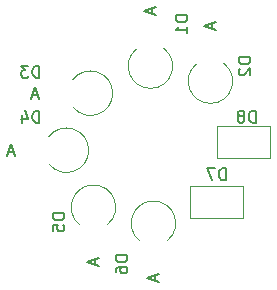
<source format=gbr>
%TF.GenerationSoftware,KiCad,Pcbnew,7.0.7*%
%TF.CreationDate,2023-11-04T22:35:43-05:00*%
%TF.ProjectId,LEDBreakout_Hardware,4c454442-7265-4616-9b6f-75745f486172,rev?*%
%TF.SameCoordinates,Original*%
%TF.FileFunction,Legend,Bot*%
%TF.FilePolarity,Positive*%
%FSLAX46Y46*%
G04 Gerber Fmt 4.6, Leading zero omitted, Abs format (unit mm)*
G04 Created by KiCad (PCBNEW 7.0.7) date 2023-11-04 22:35:43*
%MOMM*%
%LPD*%
G01*
G04 APERTURE LIST*
%ADD10C,0.150000*%
%ADD11C,0.120000*%
G04 APERTURE END LIST*
D10*
X87958819Y-72921905D02*
X86958819Y-72921905D01*
X86958819Y-72921905D02*
X86958819Y-73160000D01*
X86958819Y-73160000D02*
X87006438Y-73302857D01*
X87006438Y-73302857D02*
X87101676Y-73398095D01*
X87101676Y-73398095D02*
X87196914Y-73445714D01*
X87196914Y-73445714D02*
X87387390Y-73493333D01*
X87387390Y-73493333D02*
X87530247Y-73493333D01*
X87530247Y-73493333D02*
X87720723Y-73445714D01*
X87720723Y-73445714D02*
X87815961Y-73398095D01*
X87815961Y-73398095D02*
X87911200Y-73302857D01*
X87911200Y-73302857D02*
X87958819Y-73160000D01*
X87958819Y-73160000D02*
X87958819Y-72921905D01*
X87958819Y-74445714D02*
X87958819Y-73874286D01*
X87958819Y-74160000D02*
X86958819Y-74160000D01*
X86958819Y-74160000D02*
X87101676Y-74064762D01*
X87101676Y-74064762D02*
X87196914Y-73969524D01*
X87196914Y-73969524D02*
X87244533Y-73874286D01*
X85005104Y-72317905D02*
X85005104Y-72794095D01*
X85290819Y-72222667D02*
X84290819Y-72556000D01*
X84290819Y-72556000D02*
X85290819Y-72889333D01*
X93730094Y-81988819D02*
X93730094Y-80988819D01*
X93730094Y-80988819D02*
X93491999Y-80988819D01*
X93491999Y-80988819D02*
X93349142Y-81036438D01*
X93349142Y-81036438D02*
X93253904Y-81131676D01*
X93253904Y-81131676D02*
X93206285Y-81226914D01*
X93206285Y-81226914D02*
X93158666Y-81417390D01*
X93158666Y-81417390D02*
X93158666Y-81560247D01*
X93158666Y-81560247D02*
X93206285Y-81750723D01*
X93206285Y-81750723D02*
X93253904Y-81845961D01*
X93253904Y-81845961D02*
X93349142Y-81941200D01*
X93349142Y-81941200D02*
X93491999Y-81988819D01*
X93491999Y-81988819D02*
X93730094Y-81988819D01*
X92587237Y-81417390D02*
X92682475Y-81369771D01*
X92682475Y-81369771D02*
X92730094Y-81322152D01*
X92730094Y-81322152D02*
X92777713Y-81226914D01*
X92777713Y-81226914D02*
X92777713Y-81179295D01*
X92777713Y-81179295D02*
X92730094Y-81084057D01*
X92730094Y-81084057D02*
X92682475Y-81036438D01*
X92682475Y-81036438D02*
X92587237Y-80988819D01*
X92587237Y-80988819D02*
X92396761Y-80988819D01*
X92396761Y-80988819D02*
X92301523Y-81036438D01*
X92301523Y-81036438D02*
X92253904Y-81084057D01*
X92253904Y-81084057D02*
X92206285Y-81179295D01*
X92206285Y-81179295D02*
X92206285Y-81226914D01*
X92206285Y-81226914D02*
X92253904Y-81322152D01*
X92253904Y-81322152D02*
X92301523Y-81369771D01*
X92301523Y-81369771D02*
X92396761Y-81417390D01*
X92396761Y-81417390D02*
X92587237Y-81417390D01*
X92587237Y-81417390D02*
X92682475Y-81465009D01*
X92682475Y-81465009D02*
X92730094Y-81512628D01*
X92730094Y-81512628D02*
X92777713Y-81607866D01*
X92777713Y-81607866D02*
X92777713Y-81798342D01*
X92777713Y-81798342D02*
X92730094Y-81893580D01*
X92730094Y-81893580D02*
X92682475Y-81941200D01*
X92682475Y-81941200D02*
X92587237Y-81988819D01*
X92587237Y-81988819D02*
X92396761Y-81988819D01*
X92396761Y-81988819D02*
X92301523Y-81941200D01*
X92301523Y-81941200D02*
X92253904Y-81893580D01*
X92253904Y-81893580D02*
X92206285Y-81798342D01*
X92206285Y-81798342D02*
X92206285Y-81607866D01*
X92206285Y-81607866D02*
X92253904Y-81512628D01*
X92253904Y-81512628D02*
X92301523Y-81465009D01*
X92301523Y-81465009D02*
X92396761Y-81417390D01*
X77543819Y-89685905D02*
X76543819Y-89685905D01*
X76543819Y-89685905D02*
X76543819Y-89924000D01*
X76543819Y-89924000D02*
X76591438Y-90066857D01*
X76591438Y-90066857D02*
X76686676Y-90162095D01*
X76686676Y-90162095D02*
X76781914Y-90209714D01*
X76781914Y-90209714D02*
X76972390Y-90257333D01*
X76972390Y-90257333D02*
X77115247Y-90257333D01*
X77115247Y-90257333D02*
X77305723Y-90209714D01*
X77305723Y-90209714D02*
X77400961Y-90162095D01*
X77400961Y-90162095D02*
X77496200Y-90066857D01*
X77496200Y-90066857D02*
X77543819Y-89924000D01*
X77543819Y-89924000D02*
X77543819Y-89685905D01*
X76543819Y-91162095D02*
X76543819Y-90685905D01*
X76543819Y-90685905D02*
X77020009Y-90638286D01*
X77020009Y-90638286D02*
X76972390Y-90685905D01*
X76972390Y-90685905D02*
X76924771Y-90781143D01*
X76924771Y-90781143D02*
X76924771Y-91019238D01*
X76924771Y-91019238D02*
X76972390Y-91114476D01*
X76972390Y-91114476D02*
X77020009Y-91162095D01*
X77020009Y-91162095D02*
X77115247Y-91209714D01*
X77115247Y-91209714D02*
X77353342Y-91209714D01*
X77353342Y-91209714D02*
X77448580Y-91162095D01*
X77448580Y-91162095D02*
X77496200Y-91114476D01*
X77496200Y-91114476D02*
X77543819Y-91019238D01*
X77543819Y-91019238D02*
X77543819Y-90781143D01*
X77543819Y-90781143D02*
X77496200Y-90685905D01*
X77496200Y-90685905D02*
X77448580Y-90638286D01*
X80179104Y-93575905D02*
X80179104Y-94052095D01*
X80464819Y-93480667D02*
X79464819Y-93814000D01*
X79464819Y-93814000D02*
X80464819Y-94147333D01*
X93291819Y-76477905D02*
X92291819Y-76477905D01*
X92291819Y-76477905D02*
X92291819Y-76716000D01*
X92291819Y-76716000D02*
X92339438Y-76858857D01*
X92339438Y-76858857D02*
X92434676Y-76954095D01*
X92434676Y-76954095D02*
X92529914Y-77001714D01*
X92529914Y-77001714D02*
X92720390Y-77049333D01*
X92720390Y-77049333D02*
X92863247Y-77049333D01*
X92863247Y-77049333D02*
X93053723Y-77001714D01*
X93053723Y-77001714D02*
X93148961Y-76954095D01*
X93148961Y-76954095D02*
X93244200Y-76858857D01*
X93244200Y-76858857D02*
X93291819Y-76716000D01*
X93291819Y-76716000D02*
X93291819Y-76477905D01*
X92387057Y-77430286D02*
X92339438Y-77477905D01*
X92339438Y-77477905D02*
X92291819Y-77573143D01*
X92291819Y-77573143D02*
X92291819Y-77811238D01*
X92291819Y-77811238D02*
X92339438Y-77906476D01*
X92339438Y-77906476D02*
X92387057Y-77954095D01*
X92387057Y-77954095D02*
X92482295Y-78001714D01*
X92482295Y-78001714D02*
X92577533Y-78001714D01*
X92577533Y-78001714D02*
X92720390Y-77954095D01*
X92720390Y-77954095D02*
X93291819Y-77382667D01*
X93291819Y-77382667D02*
X93291819Y-78001714D01*
X90085104Y-73587905D02*
X90085104Y-74064095D01*
X90370819Y-73492667D02*
X89370819Y-73826000D01*
X89370819Y-73826000D02*
X90370819Y-74159333D01*
X75414094Y-78178819D02*
X75414094Y-77178819D01*
X75414094Y-77178819D02*
X75175999Y-77178819D01*
X75175999Y-77178819D02*
X75033142Y-77226438D01*
X75033142Y-77226438D02*
X74937904Y-77321676D01*
X74937904Y-77321676D02*
X74890285Y-77416914D01*
X74890285Y-77416914D02*
X74842666Y-77607390D01*
X74842666Y-77607390D02*
X74842666Y-77750247D01*
X74842666Y-77750247D02*
X74890285Y-77940723D01*
X74890285Y-77940723D02*
X74937904Y-78035961D01*
X74937904Y-78035961D02*
X75033142Y-78131200D01*
X75033142Y-78131200D02*
X75175999Y-78178819D01*
X75175999Y-78178819D02*
X75414094Y-78178819D01*
X74509332Y-77178819D02*
X73890285Y-77178819D01*
X73890285Y-77178819D02*
X74223618Y-77559771D01*
X74223618Y-77559771D02*
X74080761Y-77559771D01*
X74080761Y-77559771D02*
X73985523Y-77607390D01*
X73985523Y-77607390D02*
X73937904Y-77655009D01*
X73937904Y-77655009D02*
X73890285Y-77750247D01*
X73890285Y-77750247D02*
X73890285Y-77988342D01*
X73890285Y-77988342D02*
X73937904Y-78083580D01*
X73937904Y-78083580D02*
X73985523Y-78131200D01*
X73985523Y-78131200D02*
X74080761Y-78178819D01*
X74080761Y-78178819D02*
X74366475Y-78178819D01*
X74366475Y-78178819D02*
X74461713Y-78131200D01*
X74461713Y-78131200D02*
X74509332Y-78083580D01*
X75334094Y-79671104D02*
X74857904Y-79671104D01*
X75429332Y-79956819D02*
X75095999Y-78956819D01*
X75095999Y-78956819D02*
X74762666Y-79956819D01*
X91198294Y-86865619D02*
X91198294Y-85865619D01*
X91198294Y-85865619D02*
X90960199Y-85865619D01*
X90960199Y-85865619D02*
X90817342Y-85913238D01*
X90817342Y-85913238D02*
X90722104Y-86008476D01*
X90722104Y-86008476D02*
X90674485Y-86103714D01*
X90674485Y-86103714D02*
X90626866Y-86294190D01*
X90626866Y-86294190D02*
X90626866Y-86437047D01*
X90626866Y-86437047D02*
X90674485Y-86627523D01*
X90674485Y-86627523D02*
X90722104Y-86722761D01*
X90722104Y-86722761D02*
X90817342Y-86818000D01*
X90817342Y-86818000D02*
X90960199Y-86865619D01*
X90960199Y-86865619D02*
X91198294Y-86865619D01*
X90293532Y-85865619D02*
X89626866Y-85865619D01*
X89626866Y-85865619D02*
X90055437Y-86865619D01*
X82877819Y-93241905D02*
X81877819Y-93241905D01*
X81877819Y-93241905D02*
X81877819Y-93480000D01*
X81877819Y-93480000D02*
X81925438Y-93622857D01*
X81925438Y-93622857D02*
X82020676Y-93718095D01*
X82020676Y-93718095D02*
X82115914Y-93765714D01*
X82115914Y-93765714D02*
X82306390Y-93813333D01*
X82306390Y-93813333D02*
X82449247Y-93813333D01*
X82449247Y-93813333D02*
X82639723Y-93765714D01*
X82639723Y-93765714D02*
X82734961Y-93718095D01*
X82734961Y-93718095D02*
X82830200Y-93622857D01*
X82830200Y-93622857D02*
X82877819Y-93480000D01*
X82877819Y-93480000D02*
X82877819Y-93241905D01*
X81877819Y-94670476D02*
X81877819Y-94480000D01*
X81877819Y-94480000D02*
X81925438Y-94384762D01*
X81925438Y-94384762D02*
X81973057Y-94337143D01*
X81973057Y-94337143D02*
X82115914Y-94241905D01*
X82115914Y-94241905D02*
X82306390Y-94194286D01*
X82306390Y-94194286D02*
X82687342Y-94194286D01*
X82687342Y-94194286D02*
X82782580Y-94241905D01*
X82782580Y-94241905D02*
X82830200Y-94289524D01*
X82830200Y-94289524D02*
X82877819Y-94384762D01*
X82877819Y-94384762D02*
X82877819Y-94575238D01*
X82877819Y-94575238D02*
X82830200Y-94670476D01*
X82830200Y-94670476D02*
X82782580Y-94718095D01*
X82782580Y-94718095D02*
X82687342Y-94765714D01*
X82687342Y-94765714D02*
X82449247Y-94765714D01*
X82449247Y-94765714D02*
X82354009Y-94718095D01*
X82354009Y-94718095D02*
X82306390Y-94670476D01*
X82306390Y-94670476D02*
X82258771Y-94575238D01*
X82258771Y-94575238D02*
X82258771Y-94384762D01*
X82258771Y-94384762D02*
X82306390Y-94289524D01*
X82306390Y-94289524D02*
X82354009Y-94241905D01*
X82354009Y-94241905D02*
X82449247Y-94194286D01*
X85259104Y-94931905D02*
X85259104Y-95408095D01*
X85544819Y-94836667D02*
X84544819Y-95170000D01*
X84544819Y-95170000D02*
X85544819Y-95503333D01*
X75414094Y-81988819D02*
X75414094Y-80988819D01*
X75414094Y-80988819D02*
X75175999Y-80988819D01*
X75175999Y-80988819D02*
X75033142Y-81036438D01*
X75033142Y-81036438D02*
X74937904Y-81131676D01*
X74937904Y-81131676D02*
X74890285Y-81226914D01*
X74890285Y-81226914D02*
X74842666Y-81417390D01*
X74842666Y-81417390D02*
X74842666Y-81560247D01*
X74842666Y-81560247D02*
X74890285Y-81750723D01*
X74890285Y-81750723D02*
X74937904Y-81845961D01*
X74937904Y-81845961D02*
X75033142Y-81941200D01*
X75033142Y-81941200D02*
X75175999Y-81988819D01*
X75175999Y-81988819D02*
X75414094Y-81988819D01*
X73985523Y-81322152D02*
X73985523Y-81988819D01*
X74223618Y-80941200D02*
X74461713Y-81655485D01*
X74461713Y-81655485D02*
X73842666Y-81655485D01*
X73302094Y-84497104D02*
X72825904Y-84497104D01*
X73397332Y-84782819D02*
X73063999Y-83782819D01*
X73063999Y-83782819D02*
X72730666Y-84782819D01*
D11*
%TO.C,D1*%
X83641268Y-75759629D02*
G75*
G03*
X85956000Y-75701404I1194732J-1456371D01*
G01*
%TO.C,D8*%
X94917200Y-82315400D02*
X90502800Y-82315400D01*
X90502800Y-82315400D02*
X90502800Y-85013800D01*
X90502800Y-85013800D02*
X94917200Y-85013800D01*
X94917200Y-85013800D02*
X94917200Y-82315400D01*
%TO.C,D5*%
X81204732Y-90610371D02*
G75*
G03*
X78890000Y-90668596I-1194732J1456371D01*
G01*
%TO.C,D2*%
X88721268Y-77029629D02*
G75*
G03*
X91036000Y-76971404I1194732J-1456371D01*
G01*
%TO.C,D3*%
X78299629Y-80696732D02*
G75*
G03*
X78241404Y-78382000I1456371J1194732D01*
G01*
%TO.C,D7*%
X92639400Y-87395400D02*
X88225000Y-87395400D01*
X88225000Y-87395400D02*
X88225000Y-90093800D01*
X88225000Y-90093800D02*
X92639400Y-90093800D01*
X92639400Y-90093800D02*
X92639400Y-87395400D01*
%TO.C,D6*%
X86284732Y-91966371D02*
G75*
G03*
X83970000Y-92024596I-1194732J1456371D01*
G01*
%TO.C,D4*%
X76267629Y-85522732D02*
G75*
G03*
X76209404Y-83208000I1456371J1194732D01*
G01*
%TD*%
M02*

</source>
